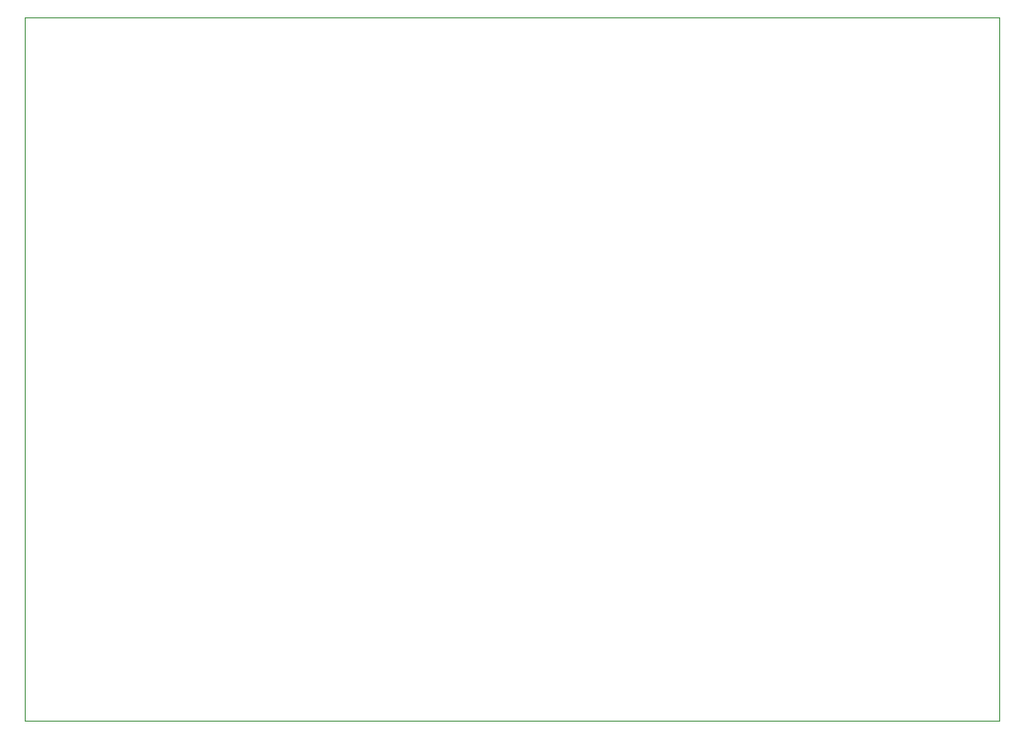
<source format=gbr>
%TF.GenerationSoftware,KiCad,Pcbnew,8.0.2*%
%TF.CreationDate,2024-06-17T10:46:11+02:00*%
%TF.ProjectId,Indicator_voltage,496e6469-6361-4746-9f72-5f766f6c7461,rev?*%
%TF.SameCoordinates,Original*%
%TF.FileFunction,Profile,NP*%
%FSLAX46Y46*%
G04 Gerber Fmt 4.6, Leading zero omitted, Abs format (unit mm)*
G04 Created by KiCad (PCBNEW 8.0.2) date 2024-06-17 10:46:11*
%MOMM*%
%LPD*%
G01*
G04 APERTURE LIST*
%TA.AperFunction,Profile*%
%ADD10C,0.100000*%
%TD*%
G04 APERTURE END LIST*
D10*
X35000000Y-45000000D02*
X125000000Y-45000000D01*
X125000000Y-110000000D01*
X35000000Y-110000000D01*
X35000000Y-45000000D01*
M02*

</source>
